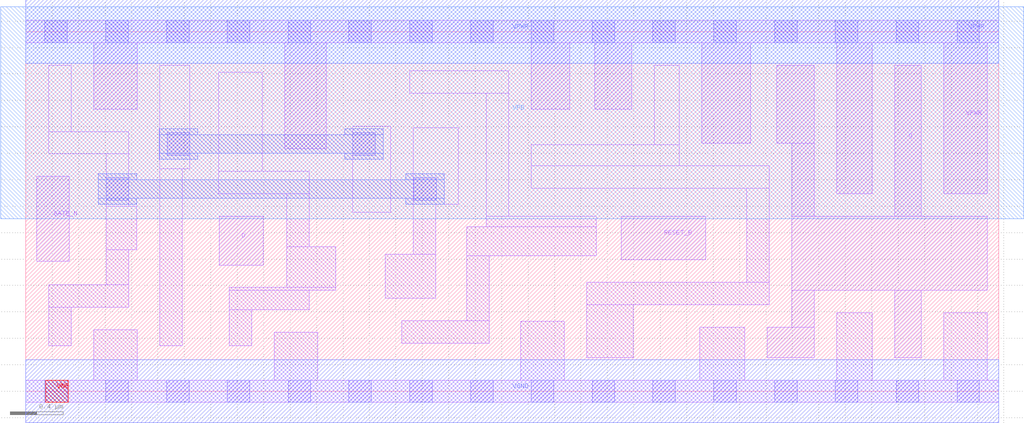
<source format=lef>
# Copyright 2020 The SkyWater PDK Authors
#
# Licensed under the Apache License, Version 2.0 (the "License");
# you may not use this file except in compliance with the License.
# You may obtain a copy of the License at
#
#     https://www.apache.org/licenses/LICENSE-2.0
#
# Unless required by applicable law or agreed to in writing, software
# distributed under the License is distributed on an "AS IS" BASIS,
# WITHOUT WARRANTIES OR CONDITIONS OF ANY KIND, either express or implied.
# See the License for the specific language governing permissions and
# limitations under the License.
#
# SPDX-License-Identifier: Apache-2.0

VERSION 5.7 ;
  NOWIREEXTENSIONATPIN ON ;
  DIVIDERCHAR "/" ;
  BUSBITCHARS "[]" ;
MACRO sky130_fd_sc_hd__dlrtn_4
  CLASS CORE ;
  FOREIGN sky130_fd_sc_hd__dlrtn_4 ;
  ORIGIN  0.000000  0.000000 ;
  SIZE  7.360000 BY  2.720000 ;
  SYMMETRY X Y R90 ;
  SITE unithd ;
  PIN D
    ANTENNAGATEAREA  0.159000 ;
    DIRECTION INPUT ;
    USE SIGNAL ;
    PORT
      LAYER li1 ;
        RECT 1.465000 0.955000 1.795000 1.325000 ;
    END
  END D
  PIN Q
    ANTENNADIFFAREA  1.014750 ;
    DIRECTION OUTPUT ;
    USE SIGNAL ;
    PORT
      LAYER li1 ;
        RECT 5.610000 0.255000 5.965000 0.485000 ;
        RECT 5.680000 1.875000 5.965000 2.465000 ;
        RECT 5.795000 0.485000 5.965000 0.765000 ;
        RECT 5.795000 0.765000 7.275000 1.325000 ;
        RECT 5.795000 1.325000 5.965000 1.875000 ;
        RECT 6.575000 0.255000 6.775000 0.765000 ;
        RECT 6.575000 1.325000 6.775000 2.465000 ;
    END
  END Q
  PIN RESET_B
    ANTENNAGATEAREA  0.247500 ;
    DIRECTION INPUT ;
    USE SIGNAL ;
    PORT
      LAYER li1 ;
        RECT 4.505000 0.995000 5.145000 1.325000 ;
    END
  END RESET_B
  PIN VNB
    PORT
      LAYER pwell ;
        RECT 0.150000 -0.085000 0.320000 0.085000 ;
    END
  END VNB
  PIN VPB
    PORT
      LAYER nwell ;
        RECT -0.190000 1.305000 7.550000 2.910000 ;
    END
  END VPB
  PIN GATE_N
    ANTENNAGATEAREA  0.159000 ;
    DIRECTION INPUT ;
    USE CLOCK ;
    PORT
      LAYER li1 ;
        RECT 0.085000 0.985000 0.330000 1.625000 ;
    END
  END GATE_N
  PIN VGND
    DIRECTION INOUT ;
    SHAPE ABUTMENT ;
    USE GROUND ;
    PORT
      LAYER met1 ;
        RECT 0.000000 -0.240000 7.360000 0.240000 ;
    END
  END VGND
  PIN VPWR
    DIRECTION INOUT ;
    SHAPE ABUTMENT ;
    USE POWER ;
    PORT
      LAYER li1 ;
        RECT 0.000000 2.635000 7.360000 2.805000 ;
        RECT 0.515000 2.135000 0.845000 2.635000 ;
        RECT 1.960000 1.835000 2.275000 2.635000 ;
        RECT 3.825000 2.135000 4.115000 2.635000 ;
        RECT 4.305000 2.135000 4.585000 2.635000 ;
        RECT 5.115000 1.875000 5.485000 2.635000 ;
        RECT 6.135000 1.495000 6.405000 2.635000 ;
        RECT 6.945000 1.495000 7.275000 2.635000 ;
      LAYER mcon ;
        RECT 0.145000 2.635000 0.315000 2.805000 ;
        RECT 0.605000 2.635000 0.775000 2.805000 ;
        RECT 1.065000 2.635000 1.235000 2.805000 ;
        RECT 1.525000 2.635000 1.695000 2.805000 ;
        RECT 1.985000 2.635000 2.155000 2.805000 ;
        RECT 2.445000 2.635000 2.615000 2.805000 ;
        RECT 2.905000 2.635000 3.075000 2.805000 ;
        RECT 3.365000 2.635000 3.535000 2.805000 ;
        RECT 3.825000 2.635000 3.995000 2.805000 ;
        RECT 4.285000 2.635000 4.455000 2.805000 ;
        RECT 4.745000 2.635000 4.915000 2.805000 ;
        RECT 5.205000 2.635000 5.375000 2.805000 ;
        RECT 5.665000 2.635000 5.835000 2.805000 ;
        RECT 6.125000 2.635000 6.295000 2.805000 ;
        RECT 6.585000 2.635000 6.755000 2.805000 ;
        RECT 7.045000 2.635000 7.215000 2.805000 ;
    END
    PORT
      LAYER met1 ;
        RECT 0.000000 2.480000 7.360000 2.960000 ;
    END
  END VPWR
  OBS
    LAYER li1 ;
      RECT 0.000000 -0.085000 7.360000 0.085000 ;
      RECT 0.175000  0.345000 0.345000 0.635000 ;
      RECT 0.175000  0.635000 0.780000 0.805000 ;
      RECT 0.175000  1.795000 0.780000 1.965000 ;
      RECT 0.175000  1.965000 0.345000 2.465000 ;
      RECT 0.515000  0.085000 0.845000 0.465000 ;
      RECT 0.610000  0.805000 0.780000 1.070000 ;
      RECT 0.610000  1.070000 0.840000 1.400000 ;
      RECT 0.610000  1.400000 0.780000 1.795000 ;
      RECT 1.015000  0.345000 1.185000 1.685000 ;
      RECT 1.015000  1.685000 1.240000 2.465000 ;
      RECT 1.460000  1.495000 2.145000 1.665000 ;
      RECT 1.460000  1.665000 1.790000 2.415000 ;
      RECT 1.540000  0.345000 1.710000 0.615000 ;
      RECT 1.540000  0.615000 2.145000 0.765000 ;
      RECT 1.540000  0.765000 2.345000 0.785000 ;
      RECT 1.880000  0.085000 2.210000 0.445000 ;
      RECT 1.975000  0.785000 2.345000 1.095000 ;
      RECT 1.975000  1.095000 2.145000 1.495000 ;
      RECT 2.475000  1.355000 2.760000 2.005000 ;
      RECT 2.720000  0.705000 3.100000 1.035000 ;
      RECT 2.845000  0.365000 3.505000 0.535000 ;
      RECT 2.905000  2.255000 3.655000 2.425000 ;
      RECT 2.930000  1.035000 3.100000 1.415000 ;
      RECT 2.930000  1.415000 3.270000 1.995000 ;
      RECT 3.335000  0.535000 3.505000 1.025000 ;
      RECT 3.335000  1.025000 4.315000 1.245000 ;
      RECT 3.485000  1.245000 4.315000 1.325000 ;
      RECT 3.485000  1.325000 3.655000 2.255000 ;
      RECT 3.745000  0.085000 4.075000 0.530000 ;
      RECT 3.825000  1.535000 5.625000 1.705000 ;
      RECT 3.825000  1.705000 4.945000 1.865000 ;
      RECT 4.245000  0.255000 4.595000 0.655000 ;
      RECT 4.245000  0.655000 5.625000 0.825000 ;
      RECT 4.755000  1.865000 4.945000 2.465000 ;
      RECT 5.100000  0.085000 5.440000 0.485000 ;
      RECT 5.455000  0.825000 5.625000 1.535000 ;
      RECT 6.135000  0.085000 6.405000 0.595000 ;
      RECT 6.945000  0.085000 7.275000 0.595000 ;
    LAYER mcon ;
      RECT 0.145000 -0.085000 0.315000 0.085000 ;
      RECT 0.605000 -0.085000 0.775000 0.085000 ;
      RECT 0.610000  1.445000 0.780000 1.615000 ;
      RECT 1.065000 -0.085000 1.235000 0.085000 ;
      RECT 1.070000  1.785000 1.240000 1.955000 ;
      RECT 1.525000 -0.085000 1.695000 0.085000 ;
      RECT 1.985000 -0.085000 2.155000 0.085000 ;
      RECT 2.445000 -0.085000 2.615000 0.085000 ;
      RECT 2.475000  1.785000 2.645000 1.955000 ;
      RECT 2.905000 -0.085000 3.075000 0.085000 ;
      RECT 2.935000  1.445000 3.105000 1.615000 ;
      RECT 3.365000 -0.085000 3.535000 0.085000 ;
      RECT 3.825000 -0.085000 3.995000 0.085000 ;
      RECT 4.285000 -0.085000 4.455000 0.085000 ;
      RECT 4.745000 -0.085000 4.915000 0.085000 ;
      RECT 5.205000 -0.085000 5.375000 0.085000 ;
      RECT 5.665000 -0.085000 5.835000 0.085000 ;
      RECT 6.125000 -0.085000 6.295000 0.085000 ;
      RECT 6.585000 -0.085000 6.755000 0.085000 ;
      RECT 7.045000 -0.085000 7.215000 0.085000 ;
    LAYER met1 ;
      RECT 0.550000 1.415000 0.840000 1.460000 ;
      RECT 0.550000 1.460000 3.165000 1.600000 ;
      RECT 0.550000 1.600000 0.840000 1.645000 ;
      RECT 1.010000 1.755000 1.300000 1.800000 ;
      RECT 1.010000 1.800000 2.705000 1.940000 ;
      RECT 1.010000 1.940000 1.300000 1.985000 ;
      RECT 2.415000 1.755000 2.705000 1.800000 ;
      RECT 2.415000 1.940000 2.705000 1.985000 ;
      RECT 2.875000 1.415000 3.165000 1.460000 ;
      RECT 2.875000 1.600000 3.165000 1.645000 ;
  END
END sky130_fd_sc_hd__dlrtn_4
END LIBRARY

</source>
